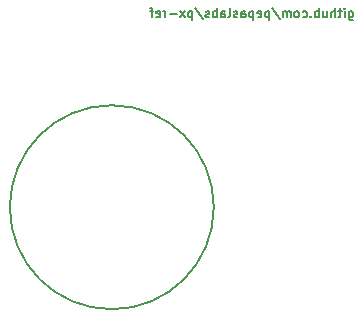
<source format=gbo>
G04 (created by PCBNEW (22-Jun-2014 BZR 4027)-stable) date Tue 23 Jan 2018 05:46:58 AM CST*
%MOIN*%
G04 Gerber Fmt 3.4, Leading zero omitted, Abs format*
%FSLAX34Y34*%
G01*
G70*
G90*
G04 APERTURE LIST*
%ADD10C,0.00590551*%
%ADD11C,0.00787402*%
%ADD12C,0.006*%
G04 APERTURE END LIST*
G54D10*
G54D11*
X89150Y-32500D02*
G75*
G03X89150Y-32500I-3400J0D01*
G74*
G01*
G54D12*
X93650Y-25971D02*
X93650Y-26214D01*
X93664Y-26242D01*
X93678Y-26257D01*
X93707Y-26271D01*
X93750Y-26271D01*
X93778Y-26257D01*
X93650Y-26157D02*
X93678Y-26171D01*
X93735Y-26171D01*
X93764Y-26157D01*
X93778Y-26142D01*
X93792Y-26114D01*
X93792Y-26028D01*
X93778Y-26000D01*
X93764Y-25985D01*
X93735Y-25971D01*
X93678Y-25971D01*
X93650Y-25985D01*
X93507Y-26171D02*
X93507Y-25971D01*
X93507Y-25871D02*
X93521Y-25885D01*
X93507Y-25900D01*
X93492Y-25885D01*
X93507Y-25871D01*
X93507Y-25900D01*
X93407Y-25971D02*
X93292Y-25971D01*
X93364Y-25871D02*
X93364Y-26128D01*
X93350Y-26157D01*
X93321Y-26171D01*
X93292Y-26171D01*
X93192Y-26171D02*
X93192Y-25871D01*
X93064Y-26171D02*
X93064Y-26014D01*
X93078Y-25985D01*
X93107Y-25971D01*
X93149Y-25971D01*
X93178Y-25985D01*
X93192Y-26000D01*
X92792Y-25971D02*
X92792Y-26171D01*
X92921Y-25971D02*
X92921Y-26128D01*
X92907Y-26157D01*
X92878Y-26171D01*
X92835Y-26171D01*
X92807Y-26157D01*
X92792Y-26142D01*
X92649Y-26171D02*
X92649Y-25871D01*
X92649Y-25985D02*
X92621Y-25971D01*
X92564Y-25971D01*
X92535Y-25985D01*
X92521Y-26000D01*
X92507Y-26028D01*
X92507Y-26114D01*
X92521Y-26142D01*
X92535Y-26157D01*
X92564Y-26171D01*
X92621Y-26171D01*
X92649Y-26157D01*
X92378Y-26142D02*
X92364Y-26157D01*
X92378Y-26171D01*
X92392Y-26157D01*
X92378Y-26142D01*
X92378Y-26171D01*
X92107Y-26157D02*
X92135Y-26171D01*
X92192Y-26171D01*
X92221Y-26157D01*
X92235Y-26142D01*
X92249Y-26114D01*
X92249Y-26028D01*
X92235Y-26000D01*
X92221Y-25985D01*
X92192Y-25971D01*
X92135Y-25971D01*
X92107Y-25985D01*
X91935Y-26171D02*
X91964Y-26157D01*
X91978Y-26142D01*
X91992Y-26114D01*
X91992Y-26028D01*
X91978Y-26000D01*
X91964Y-25985D01*
X91935Y-25971D01*
X91892Y-25971D01*
X91864Y-25985D01*
X91849Y-26000D01*
X91835Y-26028D01*
X91835Y-26114D01*
X91849Y-26142D01*
X91864Y-26157D01*
X91892Y-26171D01*
X91935Y-26171D01*
X91707Y-26171D02*
X91707Y-25971D01*
X91707Y-26000D02*
X91692Y-25985D01*
X91664Y-25971D01*
X91621Y-25971D01*
X91592Y-25985D01*
X91578Y-26014D01*
X91578Y-26171D01*
X91578Y-26014D02*
X91564Y-25985D01*
X91535Y-25971D01*
X91492Y-25971D01*
X91464Y-25985D01*
X91449Y-26014D01*
X91449Y-26171D01*
X91092Y-25857D02*
X91349Y-26242D01*
X90992Y-25971D02*
X90992Y-26271D01*
X90992Y-25985D02*
X90964Y-25971D01*
X90907Y-25971D01*
X90878Y-25985D01*
X90864Y-26000D01*
X90849Y-26028D01*
X90849Y-26114D01*
X90864Y-26142D01*
X90878Y-26157D01*
X90907Y-26171D01*
X90964Y-26171D01*
X90992Y-26157D01*
X90607Y-26157D02*
X90635Y-26171D01*
X90692Y-26171D01*
X90721Y-26157D01*
X90735Y-26128D01*
X90735Y-26014D01*
X90721Y-25985D01*
X90692Y-25971D01*
X90635Y-25971D01*
X90607Y-25985D01*
X90592Y-26014D01*
X90592Y-26042D01*
X90735Y-26071D01*
X90464Y-25971D02*
X90464Y-26271D01*
X90464Y-25985D02*
X90435Y-25971D01*
X90378Y-25971D01*
X90349Y-25985D01*
X90335Y-26000D01*
X90321Y-26028D01*
X90321Y-26114D01*
X90335Y-26142D01*
X90349Y-26157D01*
X90378Y-26171D01*
X90435Y-26171D01*
X90464Y-26157D01*
X90064Y-26171D02*
X90064Y-26014D01*
X90078Y-25985D01*
X90107Y-25971D01*
X90164Y-25971D01*
X90192Y-25985D01*
X90064Y-26157D02*
X90092Y-26171D01*
X90164Y-26171D01*
X90192Y-26157D01*
X90207Y-26128D01*
X90207Y-26100D01*
X90192Y-26071D01*
X90164Y-26057D01*
X90092Y-26057D01*
X90064Y-26042D01*
X89935Y-26157D02*
X89907Y-26171D01*
X89849Y-26171D01*
X89821Y-26157D01*
X89807Y-26128D01*
X89807Y-26114D01*
X89821Y-26085D01*
X89849Y-26071D01*
X89892Y-26071D01*
X89921Y-26057D01*
X89935Y-26028D01*
X89935Y-26014D01*
X89921Y-25985D01*
X89892Y-25971D01*
X89849Y-25971D01*
X89821Y-25985D01*
X89635Y-26171D02*
X89664Y-26157D01*
X89678Y-26128D01*
X89678Y-25871D01*
X89392Y-26171D02*
X89392Y-26014D01*
X89407Y-25985D01*
X89435Y-25971D01*
X89492Y-25971D01*
X89521Y-25985D01*
X89392Y-26157D02*
X89421Y-26171D01*
X89492Y-26171D01*
X89521Y-26157D01*
X89535Y-26128D01*
X89535Y-26100D01*
X89521Y-26071D01*
X89492Y-26057D01*
X89421Y-26057D01*
X89392Y-26042D01*
X89249Y-26171D02*
X89249Y-25871D01*
X89249Y-25985D02*
X89221Y-25971D01*
X89164Y-25971D01*
X89135Y-25985D01*
X89121Y-26000D01*
X89107Y-26028D01*
X89107Y-26114D01*
X89121Y-26142D01*
X89135Y-26157D01*
X89164Y-26171D01*
X89221Y-26171D01*
X89249Y-26157D01*
X88992Y-26157D02*
X88964Y-26171D01*
X88907Y-26171D01*
X88878Y-26157D01*
X88864Y-26128D01*
X88864Y-26114D01*
X88878Y-26085D01*
X88907Y-26071D01*
X88949Y-26071D01*
X88978Y-26057D01*
X88992Y-26028D01*
X88992Y-26014D01*
X88978Y-25985D01*
X88949Y-25971D01*
X88907Y-25971D01*
X88878Y-25985D01*
X88521Y-25857D02*
X88778Y-26242D01*
X88421Y-25971D02*
X88421Y-26271D01*
X88421Y-25985D02*
X88392Y-25971D01*
X88335Y-25971D01*
X88307Y-25985D01*
X88292Y-26000D01*
X88278Y-26028D01*
X88278Y-26114D01*
X88292Y-26142D01*
X88307Y-26157D01*
X88335Y-26171D01*
X88392Y-26171D01*
X88421Y-26157D01*
X88178Y-26171D02*
X88021Y-25971D01*
X88178Y-25971D02*
X88021Y-26171D01*
X87907Y-26057D02*
X87678Y-26057D01*
X87535Y-26171D02*
X87535Y-25971D01*
X87535Y-26028D02*
X87521Y-26000D01*
X87507Y-25985D01*
X87478Y-25971D01*
X87449Y-25971D01*
X87235Y-26157D02*
X87264Y-26171D01*
X87321Y-26171D01*
X87349Y-26157D01*
X87364Y-26128D01*
X87364Y-26014D01*
X87349Y-25985D01*
X87321Y-25971D01*
X87264Y-25971D01*
X87235Y-25985D01*
X87221Y-26014D01*
X87221Y-26042D01*
X87364Y-26071D01*
X87135Y-25971D02*
X87021Y-25971D01*
X87092Y-26171D02*
X87092Y-25914D01*
X87078Y-25885D01*
X87049Y-25871D01*
X87021Y-25871D01*
M02*

</source>
